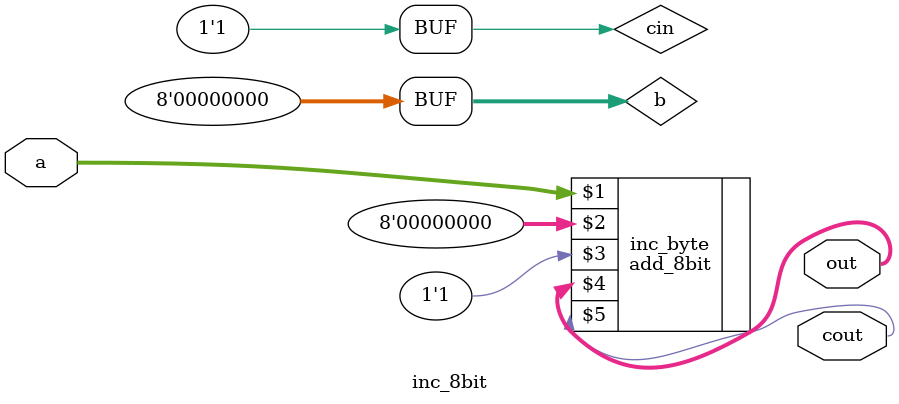
<source format=v>
module inc_8bit
(
	input [7:0] a,
	output [7:0] out,
	output cout
);

wire cin = 1'b1;
wire [7:0]b = 8'b00000000;

	add_8bit inc_byte(a[7:0], b[7:0], cin, out[7:0], cout);

endmodule

</source>
